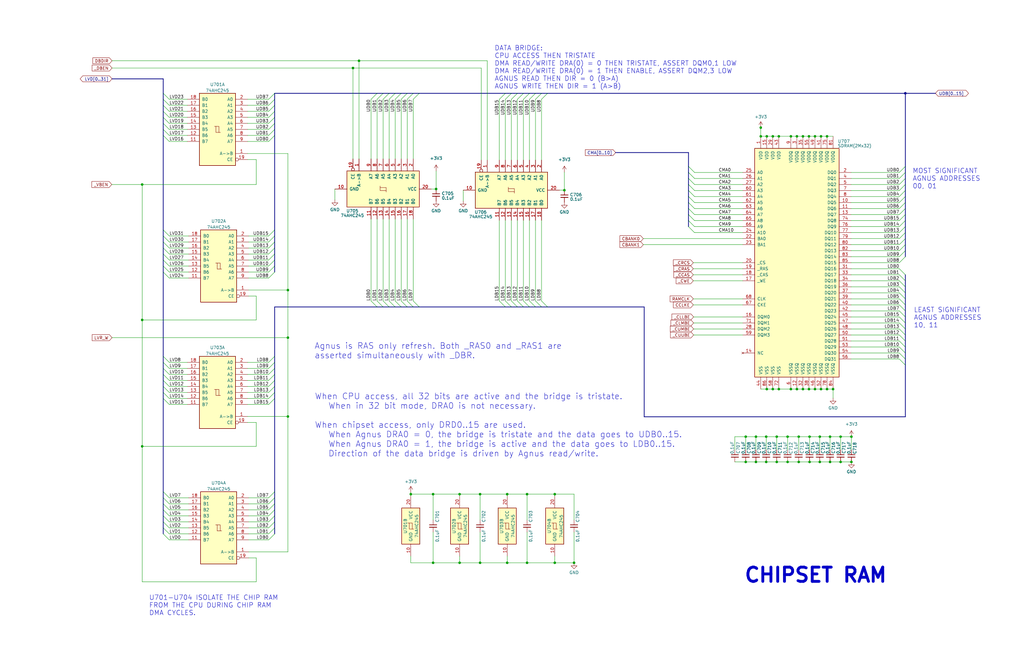
<source format=kicad_sch>
(kicad_sch (version 20231120) (generator "eeschema") (generator_version "8.0")
  (paper "B")
  (title_block (title "AMIGA PCI") (date "2024-04-30") (rev "3.0"))
  (junction (at 237.998 80.264))
  (junction (at 341.376 184.277))
  (junction (at 348.742 164.211))
  (junction (at 193.802 208.534))
  (junction (at 121.412 142.494))
  (junction (at 332.105 184.277))
  (junction (at 381.762 39.37))
  (junction (at 343.662 57.531))
  (junction (at 336.042 164.211))
  (junction (at 202.438 237.49))
  (junction (at 346.202 57.531))
  (junction (at 332.105 194.945))
  (junction (at 346.202 164.211))
  (junction (at 233.934 208.534))
  (junction (at 182.626 237.49))
  (junction (at 233.934 237.49))
  (junction (at 345.694 194.945))
  (junction (at 336.804 194.945))
  (junction (at 341.376 194.945))
  (junction (at 59.944 188.341))
  (junction (at 325.882 164.211))
  (junction (at 327.533 184.277))
  (junction (at 202.438 208.534))
  (junction (at 325.882 57.531))
  (junction (at 336.042 57.531))
  (junction (at 333.502 57.531))
  (junction (at 323.342 57.531))
  (junction (at 350.012 194.945))
  (junction (at 328.422 57.531))
  (junction (at 59.944 77.851))
  (junction (at 351.282 164.211))
  (junction (at 327.533 194.945))
  (junction (at 151.384 25.654))
  (junction (at 345.694 184.277))
  (junction (at 354.457 194.945))
  (junction (at 338.582 57.531))
  (junction (at 182.626 208.534))
  (junction (at 314.452 184.277))
  (junction (at 341.122 164.211))
  (junction (at 318.77 194.945))
  (junction (at 318.77 184.277))
  (junction (at 354.457 184.277))
  (junction (at 359.029 184.277))
  (junction (at 343.662 164.211))
  (junction (at 323.342 164.211))
  (junction (at 222.25 208.534))
  (junction (at 350.012 184.277))
  (junction (at 193.802 237.49))
  (junction (at 320.802 57.531))
  (junction (at 183.896 79.756))
  (junction (at 213.868 237.49))
  (junction (at 323.088 194.945))
  (junction (at 121.412 175.768))
  (junction (at 328.422 164.211))
  (junction (at 323.088 184.277))
  (junction (at 320.802 53.848))
  (junction (at 121.412 122.428))
  (junction (at 213.868 208.534))
  (junction (at 242.062 237.49))
  (junction (at 338.582 164.211))
  (junction (at 314.452 194.945))
  (junction (at 59.944 135.001))
  (junction (at 173.228 208.534))
  (junction (at 341.122 57.531))
  (junction (at 222.25 237.49))
  (junction (at 333.502 164.211))
  (junction (at 348.742 57.531))
  (junction (at 148.844 28.702))
  (junction (at 359.029 194.945))
  (junction (at 336.804 184.277))
  (bus_entry (at 379.222 136.271) (size 2.54 2.54))
  (bus_entry (at 113.284 160.528) (size 2.54 -2.54))
  (bus_entry (at 159.004 127) (size 2.54 2.54))
  (bus_entry (at 174.244 127) (size 2.54 2.54))
  (bus_entry (at 71.374 57.15) (size -2.54 -2.54))
  (bus_entry (at 379.222 108.331) (size 2.54 -2.54))
  (bus_entry (at 71.374 212.598) (size -2.54 -2.54))
  (bus_entry (at 71.374 217.678) (size -2.54 -2.54))
  (bus_entry (at 292.862 80.391) (size -2.54 -2.54))
  (bus_entry (at 71.374 41.91) (size -2.54 -2.54))
  (bus_entry (at 113.284 44.45) (size 2.54 -2.54))
  (bus_entry (at 71.374 215.138) (size -2.54 -2.54))
  (bus_entry (at 71.374 152.908) (size -2.54 -2.54))
  (bus_entry (at 379.222 146.431) (size 2.54 2.54))
  (bus_entry (at 292.862 95.631) (size -2.54 -2.54))
  (bus_entry (at 71.374 163.068) (size -2.54 -2.54))
  (bus_entry (at 71.374 222.758) (size -2.54 -2.54))
  (bus_entry (at 164.084 39.37) (size -2.54 2.54))
  (bus_entry (at 113.284 104.648) (size 2.54 -2.54))
  (bus_entry (at 292.862 88.011) (size -2.54 -2.54))
  (bus_entry (at 71.374 157.988) (size -2.54 -2.54))
  (bus_entry (at 113.284 107.188) (size 2.54 -2.54))
  (bus_entry (at 215.646 127) (size 2.54 2.54))
  (bus_entry (at 213.106 127) (size 2.54 2.54))
  (bus_entry (at 71.374 160.528) (size -2.54 -2.54))
  (bus_entry (at 71.374 54.61) (size -2.54 -2.54))
  (bus_entry (at 71.374 155.448) (size -2.54 -2.54))
  (bus_entry (at 228.346 127) (size 2.54 2.54))
  (bus_entry (at 113.284 163.068) (size 2.54 -2.54))
  (bus_entry (at 171.704 127) (size 2.54 2.54))
  (bus_entry (at 379.222 151.511) (size 2.54 2.54))
  (bus_entry (at 113.284 155.448) (size 2.54 -2.54))
  (bus_entry (at 113.284 109.728) (size 2.54 -2.54))
  (bus_entry (at 71.374 227.838) (size -2.54 -2.54))
  (bus_entry (at 169.164 127) (size 2.54 2.54))
  (bus_entry (at 71.374 168.148) (size -2.54 -2.54))
  (bus_entry (at 71.374 165.608) (size -2.54 -2.54))
  (bus_entry (at 223.266 127) (size 2.54 2.54))
  (bus_entry (at 223.266 39.37) (size -2.54 2.54))
  (bus_entry (at 171.704 39.37) (size -2.54 2.54))
  (bus_entry (at 379.222 82.931) (size 2.54 -2.54))
  (bus_entry (at 113.284 168.148) (size 2.54 -2.54))
  (bus_entry (at 230.886 39.37) (size -2.54 2.54))
  (bus_entry (at 379.222 123.571) (size 2.54 2.54))
  (bus_entry (at 113.284 114.808) (size 2.54 -2.54))
  (bus_entry (at 228.346 39.37) (size -2.54 2.54))
  (bus_entry (at 213.106 39.37) (size -2.54 2.54))
  (bus_entry (at 225.806 39.37) (size -2.54 2.54))
  (bus_entry (at 113.284 152.908) (size 2.54 -2.54))
  (bus_entry (at 71.374 109.728) (size -2.54 -2.54))
  (bus_entry (at 113.284 41.91) (size 2.54 -2.54))
  (bus_entry (at 220.726 39.37) (size -2.54 2.54))
  (bus_entry (at 292.862 90.551) (size -2.54 -2.54))
  (bus_entry (at 225.806 127) (size 2.54 2.54))
  (bus_entry (at 292.862 85.471) (size -2.54 -2.54))
  (bus_entry (at 220.726 127) (size 2.54 2.54))
  (bus_entry (at 379.222 100.711) (size 2.54 -2.54))
  (bus_entry (at 379.222 133.731) (size 2.54 2.54))
  (bus_entry (at 292.862 77.851) (size -2.54 -2.54))
  (bus_entry (at 113.284 157.988) (size 2.54 -2.54))
  (bus_entry (at 379.222 131.191) (size 2.54 2.54))
  (bus_entry (at 113.284 212.598) (size 2.54 -2.54))
  (bus_entry (at 379.222 105.791) (size 2.54 -2.54))
  (bus_entry (at 176.784 39.37) (size -2.54 2.54))
  (bus_entry (at 71.374 170.688) (size -2.54 -2.54))
  (bus_entry (at 71.374 46.99) (size -2.54 -2.54))
  (bus_entry (at 379.222 75.311) (size 2.54 -2.54))
  (bus_entry (at 113.284 217.678) (size 2.54 -2.54))
  (bus_entry (at 379.222 148.971) (size 2.54 2.54))
  (bus_entry (at 379.222 72.771) (size 2.54 -2.54))
  (bus_entry (at 71.374 114.808) (size -2.54 -2.54))
  (bus_entry (at 113.284 57.15) (size 2.54 -2.54))
  (bus_entry (at 113.284 46.99) (size 2.54 -2.54))
  (bus_entry (at 113.284 99.568) (size 2.54 -2.54))
  (bus_entry (at 166.624 39.37) (size -2.54 2.54))
  (bus_entry (at 292.862 82.931) (size -2.54 -2.54))
  (bus_entry (at 164.084 127) (size 2.54 2.54))
  (bus_entry (at 161.544 127) (size 2.54 2.54))
  (bus_entry (at 161.544 39.37) (size -2.54 2.54))
  (bus_entry (at 379.222 88.011) (size 2.54 -2.54))
  (bus_entry (at 113.284 165.608) (size 2.54 -2.54))
  (bus_entry (at 379.222 141.351) (size 2.54 2.54))
  (bus_entry (at 156.464 127) (size 2.54 2.54))
  (bus_entry (at 71.374 44.45) (size -2.54 -2.54))
  (bus_entry (at 379.222 103.251) (size 2.54 -2.54))
  (bus_entry (at 113.284 225.298) (size 2.54 -2.54))
  (bus_entry (at 292.862 98.171) (size -2.54 -2.54))
  (bus_entry (at 71.374 107.188) (size -2.54 -2.54))
  (bus_entry (at 71.374 49.53) (size -2.54 -2.54))
  (bus_entry (at 71.374 99.568) (size -2.54 -2.54))
  (bus_entry (at 379.222 113.411) (size 2.54 2.54))
  (bus_entry (at 113.284 220.218) (size 2.54 -2.54))
  (bus_entry (at 218.186 127) (size 2.54 2.54))
  (bus_entry (at 379.222 80.391) (size 2.54 -2.54))
  (bus_entry (at 379.222 143.891) (size 2.54 2.54))
  (bus_entry (at 218.186 39.37) (size -2.54 2.54))
  (bus_entry (at 379.222 128.651) (size 2.54 2.54))
  (bus_entry (at 159.004 39.37) (size -2.54 2.54))
  (bus_entry (at 169.164 39.37) (size -2.54 2.54))
  (bus_entry (at 379.222 110.871) (size 2.54 -2.54))
  (bus_entry (at 71.374 102.108) (size -2.54 -2.54))
  (bus_entry (at 113.284 102.108) (size 2.54 -2.54))
  (bus_entry (at 113.284 59.69) (size 2.54 -2.54))
  (bus_entry (at 379.222 98.171) (size 2.54 -2.54))
  (bus_entry (at 71.374 52.07) (size -2.54 -2.54))
  (bus_entry (at 379.222 93.091) (size 2.54 -2.54))
  (bus_entry (at 113.284 227.838) (size 2.54 -2.54))
  (bus_entry (at 113.284 210.058) (size 2.54 -2.54))
  (bus_entry (at 379.222 90.551) (size 2.54 -2.54))
  (bus_entry (at 113.284 215.138) (size 2.54 -2.54))
  (bus_entry (at 379.222 95.631) (size 2.54 -2.54))
  (bus_entry (at 292.862 72.771) (size -2.54 -2.54))
  (bus_entry (at 379.222 85.471) (size 2.54 -2.54))
  (bus_entry (at 113.284 52.07) (size 2.54 -2.54))
  (bus_entry (at 71.374 112.268) (size -2.54 -2.54))
  (bus_entry (at 113.284 170.688) (size 2.54 -2.54))
  (bus_entry (at 379.222 138.811) (size 2.54 2.54))
  (bus_entry (at 379.222 121.031) (size 2.54 2.54))
  (bus_entry (at 71.374 210.058) (size -2.54 -2.54))
  (bus_entry (at 71.374 117.348) (size -2.54 -2.54))
  (bus_entry (at 166.624 127) (size 2.54 2.54))
  (bus_entry (at 71.374 225.298) (size -2.54 -2.54))
  (bus_entry (at 379.222 77.851) (size 2.54 -2.54))
  (bus_entry (at 210.566 127) (size 2.54 2.54))
  (bus_entry (at 113.284 54.61) (size 2.54 -2.54))
  (bus_entry (at 379.222 126.111) (size 2.54 2.54))
  (bus_entry (at 379.222 118.491) (size 2.54 2.54))
  (bus_entry (at 292.862 75.311) (size -2.54 -2.54))
  (bus_entry (at 71.374 220.218) (size -2.54 -2.54))
  (bus_entry (at 379.222 115.951) (size 2.54 2.54))
  (bus_entry (at 113.284 222.758) (size 2.54 -2.54))
  (bus_entry (at 71.374 59.69) (size -2.54 -2.54))
  (bus_entry (at 174.244 39.37) (size -2.54 2.54))
  (bus_entry (at 71.374 104.648) (size -2.54 -2.54))
  (bus_entry (at 113.284 117.348) (size 2.54 -2.54))
  (bus_entry (at 113.284 112.268) (size 2.54 -2.54))
  (bus_entry (at 113.284 49.53) (size 2.54 -2.54))
  (bus_entry (at 292.862 93.091) (size -2.54 -2.54))
  (bus_entry (at 215.646 39.37) (size -2.54 2.54))
  (bus (pts (xy 68.834 99.568) (xy 68.834 102.108)))
  (wire (pts (xy 161.544 41.91) (xy 161.544 67.056)))
  (wire (pts (xy 79.502 112.268) (xy 71.374 112.268)))
  (wire (pts (xy 104.394 41.91) (xy 113.284 41.91)))
  (wire (pts (xy 193.802 234.696) (xy 193.802 237.49)))
  (wire (pts (xy 220.726 41.91) (xy 220.726 67.564)))
  (bus (pts (xy 68.834 215.138) (xy 68.834 217.678)))
  (bus (pts (xy 68.834 152.908) (xy 68.834 155.448)))
  (wire (pts (xy 104.902 217.678) (xy 113.284 217.678)))
  (wire (pts (xy 358.902 85.471) (xy 379.222 85.471)))
  (bus (pts (xy 223.266 129.54) (xy 225.806 129.54)))
  (wire (pts (xy 223.266 41.91) (xy 223.266 67.564)))
  (wire (pts (xy 233.934 234.696) (xy 233.934 237.49)))
  (wire (pts (xy 358.902 103.251) (xy 379.222 103.251)))
  (wire (pts (xy 78.994 163.068) (xy 71.374 163.068)))
  (bus (pts (xy 68.834 57.15) (xy 68.834 97.028)))
  (bus (pts (xy 68.834 217.678) (xy 68.834 220.218)))
  (wire (pts (xy 59.944 135.001) (xy 108.077 135.001)))
  (wire (pts (xy 202.946 67.564) (xy 202.946 28.702)))
  (wire (pts (xy 292.354 128.651) (xy 313.182 128.651)))
  (wire (pts (xy 173.228 207.772) (xy 173.228 208.534)))
  (wire (pts (xy 325.882 164.211) (xy 328.422 164.211)))
  (bus (pts (xy 115.824 129.54) (xy 159.004 129.54)))
  (bus (pts (xy 68.834 168.148) (xy 68.834 207.518)))
  (wire (pts (xy 358.902 118.491) (xy 379.222 118.491)))
  (wire (pts (xy 314.452 184.277) (xy 314.452 189.865)))
  (bus (pts (xy 213.106 129.54) (xy 215.646 129.54)))
  (bus (pts (xy 68.834 44.45) (xy 68.834 46.99)))
  (wire (pts (xy 174.244 92.456) (xy 174.244 127)))
  (bus (pts (xy 68.834 163.068) (xy 68.834 165.608)))
  (bus (pts (xy 159.004 39.37) (xy 161.544 39.37)))
  (wire (pts (xy 79.502 107.188) (xy 71.374 107.188)))
  (wire (pts (xy 318.77 194.945) (xy 323.088 194.945)))
  (wire (pts (xy 104.394 155.448) (xy 113.284 155.448)))
  (bus (pts (xy 115.824 109.728) (xy 115.824 112.268)))
  (wire (pts (xy 292.481 136.271) (xy 313.182 136.271)))
  (wire (pts (xy 215.646 41.91) (xy 215.646 67.564)))
  (wire (pts (xy 171.704 41.91) (xy 171.704 67.056)))
  (wire (pts (xy 104.394 52.07) (xy 113.284 52.07)))
  (wire (pts (xy 358.902 100.711) (xy 379.222 100.711)))
  (wire (pts (xy 59.944 77.851) (xy 47.117 77.851)))
  (wire (pts (xy 213.106 41.91) (xy 213.106 67.564)))
  (wire (pts (xy 327.533 184.277) (xy 327.533 189.865)))
  (bus (pts (xy 290.322 85.471) (xy 290.322 82.931)))
  (wire (pts (xy 350.012 184.277) (xy 350.012 189.865)))
  (wire (pts (xy 333.502 57.531) (xy 336.042 57.531)))
  (bus (pts (xy 68.834 97.028) (xy 68.834 99.568)))
  (wire (pts (xy 193.802 208.534) (xy 193.802 209.296)))
  (bus (pts (xy 68.834 41.91) (xy 68.834 44.45)))
  (bus (pts (xy 381.762 82.931) (xy 381.762 85.471)))
  (wire (pts (xy 104.902 109.728) (xy 113.284 109.728)))
  (bus (pts (xy 161.544 39.37) (xy 164.084 39.37)))
  (wire (pts (xy 292.862 93.091) (xy 313.182 93.091)))
  (wire (pts (xy 358.902 108.331) (xy 379.222 108.331)))
  (wire (pts (xy 215.646 92.964) (xy 215.646 127)))
  (wire (pts (xy 328.422 57.531) (xy 325.882 57.531)))
  (wire (pts (xy 358.902 143.891) (xy 379.222 143.891)))
  (wire (pts (xy 292.862 77.851) (xy 313.182 77.851)))
  (wire (pts (xy 338.582 164.211) (xy 341.122 164.211)))
  (wire (pts (xy 210.566 92.964) (xy 210.566 127)))
  (bus (pts (xy 115.824 107.188) (xy 115.824 109.728)))
  (wire (pts (xy 341.122 57.531) (xy 343.662 57.531)))
  (wire (pts (xy 345.694 194.945) (xy 350.012 194.945)))
  (bus (pts (xy 381.762 75.311) (xy 381.762 77.851)))
  (wire (pts (xy 104.902 102.108) (xy 113.284 102.108)))
  (wire (pts (xy 354.457 184.277) (xy 354.457 189.865)))
  (bus (pts (xy 115.824 152.908) (xy 115.824 150.368)))
  (bus (pts (xy 174.244 129.54) (xy 176.784 129.54)))
  (wire (pts (xy 104.902 104.648) (xy 113.284 104.648)))
  (wire (pts (xy 313.182 100.711) (xy 271.272 100.711)))
  (bus (pts (xy 115.824 49.53) (xy 115.824 52.07)))
  (wire (pts (xy 202.438 224.536) (xy 202.438 237.49)))
  (wire (pts (xy 350.012 184.277) (xy 354.457 184.277)))
  (wire (pts (xy 108.077 67.31) (xy 104.394 67.31)))
  (bus (pts (xy 68.834 49.53) (xy 68.834 52.07)))
  (bus (pts (xy 68.834 33.274) (xy 47.244 33.274)))
  (wire (pts (xy 358.902 133.731) (xy 379.222 133.731)))
  (wire (pts (xy 336.042 164.211) (xy 338.582 164.211)))
  (wire (pts (xy 151.384 25.654) (xy 205.486 25.654)))
  (wire (pts (xy 104.902 99.568) (xy 113.284 99.568)))
  (wire (pts (xy 104.394 64.77) (xy 121.412 64.77)))
  (wire (pts (xy 323.088 184.277) (xy 327.533 184.277)))
  (wire (pts (xy 104.394 57.15) (xy 113.284 57.15)))
  (bus (pts (xy 271.653 129.54) (xy 271.653 175.895)))
  (wire (pts (xy 351.282 164.211) (xy 351.282 168.021)))
  (wire (pts (xy 358.902 128.651) (xy 379.222 128.651)))
  (wire (pts (xy 328.422 164.211) (xy 333.502 164.211)))
  (bus (pts (xy 228.346 129.54) (xy 230.886 129.54)))
  (bus (pts (xy 215.646 39.37) (xy 218.186 39.37)))
  (wire (pts (xy 59.944 135.001) (xy 59.944 188.341)))
  (wire (pts (xy 104.902 117.348) (xy 113.284 117.348)))
  (bus (pts (xy 218.186 129.54) (xy 220.726 129.54)))
  (bus (pts (xy 171.704 129.54) (xy 174.244 129.54)))
  (bus (pts (xy 223.266 39.37) (xy 225.806 39.37)))
  (bus (pts (xy 271.653 175.895) (xy 381.762 175.895)))
  (wire (pts (xy 320.802 53.848) (xy 320.802 53.721)))
  (wire (pts (xy 292.862 88.011) (xy 313.182 88.011)))
  (wire (pts (xy 104.394 49.53) (xy 113.284 49.53)))
  (wire (pts (xy 358.902 148.971) (xy 379.222 148.971)))
  (wire (pts (xy 104.394 54.61) (xy 113.284 54.61)))
  (wire (pts (xy 233.934 237.49) (xy 242.062 237.49)))
  (wire (pts (xy 233.934 208.534) (xy 233.934 209.296)))
  (wire (pts (xy 341.376 184.277) (xy 341.376 189.865)))
  (bus (pts (xy 228.346 39.37) (xy 230.886 39.37)))
  (bus (pts (xy 115.824 215.138) (xy 115.824 217.678)))
  (wire (pts (xy 358.902 110.871) (xy 379.222 110.871)))
  (wire (pts (xy 358.902 105.791) (xy 379.222 105.791)))
  (wire (pts (xy 59.944 77.851) (xy 108.077 77.851)))
  (wire (pts (xy 346.202 57.531) (xy 348.742 57.531)))
  (wire (pts (xy 323.342 57.531) (xy 320.802 57.531)))
  (wire (pts (xy 151.384 67.056) (xy 151.384 25.654)))
  (bus (pts (xy 115.824 207.518) (xy 115.824 210.058)))
  (bus (pts (xy 115.824 46.99) (xy 115.824 49.53)))
  (wire (pts (xy 78.994 170.688) (xy 71.374 170.688)))
  (wire (pts (xy 205.486 25.654) (xy 205.486 67.564)))
  (wire (pts (xy 104.394 175.768) (xy 121.412 175.768)))
  (bus (pts (xy 115.824 220.218) (xy 115.824 222.758)))
  (bus (pts (xy 381.762 98.171) (xy 381.762 100.711)))
  (wire (pts (xy 79.502 217.678) (xy 71.374 217.678)))
  (wire (pts (xy 47.244 28.702) (xy 148.844 28.702)))
  (bus (pts (xy 68.834 54.61) (xy 68.834 57.15)))
  (wire (pts (xy 358.902 80.391) (xy 379.222 80.391)))
  (wire (pts (xy 79.502 222.758) (xy 71.374 222.758)))
  (wire (pts (xy 292.862 90.551) (xy 313.182 90.551)))
  (bus (pts (xy 68.834 210.058) (xy 68.834 212.598)))
  (bus (pts (xy 381.762 80.391) (xy 381.762 82.931)))
  (wire (pts (xy 59.944 188.341) (xy 59.944 245.491)))
  (wire (pts (xy 332.105 184.277) (xy 336.804 184.277)))
  (bus (pts (xy 381.762 126.111) (xy 381.762 128.651)))
  (wire (pts (xy 104.394 165.608) (xy 113.284 165.608)))
  (wire (pts (xy 320.802 164.211) (xy 323.342 164.211)))
  (wire (pts (xy 79.502 212.598) (xy 71.374 212.598)))
  (wire (pts (xy 292.862 75.311) (xy 313.182 75.311)))
  (wire (pts (xy 233.934 208.534) (xy 242.062 208.534)))
  (wire (pts (xy 328.422 57.531) (xy 333.502 57.531)))
  (wire (pts (xy 343.662 57.531) (xy 346.202 57.531)))
  (bus (pts (xy 230.886 39.37) (xy 381.762 39.37)))
  (bus (pts (xy 115.824 97.028) (xy 115.824 99.568)))
  (bus (pts (xy 290.322 80.391) (xy 290.322 77.851)))
  (wire (pts (xy 323.088 184.277) (xy 323.088 189.865)))
  (wire (pts (xy 213.868 208.534) (xy 222.25 208.534)))
  (wire (pts (xy 79.502 109.728) (xy 71.374 109.728)))
  (bus (pts (xy 381.762 72.771) (xy 381.762 75.311)))
  (wire (pts (xy 104.902 225.298) (xy 113.284 225.298)))
  (wire (pts (xy 292.481 138.811) (xy 313.182 138.811)))
  (bus (pts (xy 115.824 102.108) (xy 115.824 104.648)))
  (wire (pts (xy 182.626 208.534) (xy 182.626 219.456)))
  (wire (pts (xy 202.438 208.534) (xy 213.868 208.534)))
  (wire (pts (xy 104.902 112.268) (xy 113.284 112.268)))
  (wire (pts (xy 78.994 54.61) (xy 71.374 54.61)))
  (bus (pts (xy 290.322 77.851) (xy 290.322 75.311)))
  (bus (pts (xy 115.824 57.15) (xy 115.824 97.028)))
  (bus (pts (xy 115.824 222.758) (xy 115.824 225.298)))
  (wire (pts (xy 79.502 104.648) (xy 71.374 104.648)))
  (wire (pts (xy 343.662 164.211) (xy 346.202 164.211)))
  (bus (pts (xy 290.322 75.311) (xy 290.322 72.771)))
  (wire (pts (xy 292.862 98.171) (xy 313.182 98.171)))
  (wire (pts (xy 121.412 122.428) (xy 121.412 142.494)))
  (bus (pts (xy 68.834 207.518) (xy 68.834 210.058)))
  (wire (pts (xy 341.376 184.277) (xy 345.694 184.277)))
  (wire (pts (xy 104.902 227.838) (xy 113.284 227.838)))
  (wire (pts (xy 348.742 164.211) (xy 351.282 164.211)))
  (wire (pts (xy 341.122 164.211) (xy 343.662 164.211)))
  (wire (pts (xy 78.994 155.448) (xy 71.374 155.448)))
  (bus (pts (xy 213.106 39.37) (xy 215.646 39.37)))
  (wire (pts (xy 222.25 237.49) (xy 233.934 237.49)))
  (wire (pts (xy 202.438 237.49) (xy 213.868 237.49)))
  (wire (pts (xy 345.694 184.277) (xy 345.694 189.865)))
  (wire (pts (xy 108.077 178.308) (xy 104.394 178.308)))
  (bus (pts (xy 171.704 39.37) (xy 174.244 39.37)))
  (wire (pts (xy 309.88 189.865) (xy 309.88 184.277)))
  (wire (pts (xy 104.394 170.688) (xy 113.284 170.688)))
  (bus (pts (xy 159.004 129.54) (xy 161.544 129.54)))
  (bus (pts (xy 381.762 175.895) (xy 381.762 154.051)))
  (wire (pts (xy 195.326 80.264) (xy 195.326 84.836)))
  (bus (pts (xy 381.762 39.37) (xy 394.462 39.37)))
  (bus (pts (xy 381.762 143.891) (xy 381.762 146.431)))
  (wire (pts (xy 104.394 59.69) (xy 113.284 59.69)))
  (wire (pts (xy 358.902 98.171) (xy 379.222 98.171)))
  (bus (pts (xy 115.824 99.568) (xy 115.824 102.108)))
  (wire (pts (xy 225.806 41.91) (xy 225.806 67.564)))
  (bus (pts (xy 115.824 150.368) (xy 115.824 129.54)))
  (wire (pts (xy 348.742 57.531) (xy 351.282 57.531)))
  (wire (pts (xy 222.25 208.534) (xy 233.934 208.534)))
  (wire (pts (xy 78.994 152.908) (xy 71.374 152.908)))
  (bus (pts (xy 176.784 129.54) (xy 213.106 129.54)))
  (wire (pts (xy 358.902 72.771) (xy 379.222 72.771)))
  (wire (pts (xy 182.626 208.534) (xy 193.802 208.534)))
  (wire (pts (xy 292.862 82.931) (xy 313.182 82.931)))
  (wire (pts (xy 193.802 208.534) (xy 202.438 208.534)))
  (wire (pts (xy 213.106 92.964) (xy 213.106 127)))
  (wire (pts (xy 78.994 46.99) (xy 71.374 46.99)))
  (bus (pts (xy 381.762 141.351) (xy 381.762 143.891)))
  (wire (pts (xy 327.533 184.277) (xy 332.105 184.277)))
  (wire (pts (xy 104.394 152.908) (xy 113.284 152.908)))
  (bus (pts (xy 68.834 109.728) (xy 68.834 112.268)))
  (wire (pts (xy 79.502 227.838) (xy 71.374 227.838)))
  (bus (pts (xy 381.762 88.011) (xy 381.762 90.551)))
  (wire (pts (xy 292.354 115.951) (xy 313.182 115.951)))
  (wire (pts (xy 121.412 64.77) (xy 121.412 122.428)))
  (bus (pts (xy 381.762 85.471) (xy 381.762 88.011)))
  (wire (pts (xy 218.186 41.91) (xy 218.186 67.564)))
  (bus (pts (xy 381.762 39.37) (xy 381.762 70.231)))
  (wire (pts (xy 292.862 72.771) (xy 313.182 72.771)))
  (wire (pts (xy 173.228 208.534) (xy 182.626 208.534)))
  (wire (pts (xy 104.902 232.918) (xy 121.412 232.918)))
  (bus (pts (xy 68.834 104.648) (xy 68.834 107.188)))
  (bus (pts (xy 381.762 70.231) (xy 381.762 72.771)))
  (bus (pts (xy 164.084 39.37) (xy 166.624 39.37)))
  (wire (pts (xy 358.902 131.191) (xy 379.222 131.191)))
  (wire (pts (xy 182.626 224.536) (xy 182.626 237.49)))
  (wire (pts (xy 104.394 163.068) (xy 113.284 163.068)))
  (bus (pts (xy 381.762 138.811) (xy 381.762 141.351)))
  (wire (pts (xy 78.994 49.53) (xy 71.374 49.53)))
  (wire (pts (xy 358.902 138.811) (xy 379.222 138.811)))
  (bus (pts (xy 68.834 165.608) (xy 68.834 168.148)))
  (bus (pts (xy 164.084 129.54) (xy 166.624 129.54)))
  (bus (pts (xy 381.762 128.651) (xy 381.762 131.191)))
  (bus (pts (xy 68.834 39.37) (xy 68.834 41.91)))
  (bus (pts (xy 381.762 118.491) (xy 381.762 121.031)))
  (bus (pts (xy 381.762 136.271) (xy 381.762 138.811)))
  (bus (pts (xy 381.762 77.851) (xy 381.762 80.391)))
  (wire (pts (xy 358.902 126.111) (xy 379.222 126.111)))
  (wire (pts (xy 79.502 99.568) (xy 71.374 99.568)))
  (wire (pts (xy 78.994 59.69) (xy 71.374 59.69)))
  (wire (pts (xy 323.088 194.945) (xy 327.533 194.945)))
  (wire (pts (xy 108.077 135.001) (xy 108.077 124.968)))
  (bus (pts (xy 68.834 114.808) (xy 68.834 150.368)))
  (wire (pts (xy 350.012 194.945) (xy 354.457 194.945)))
  (wire (pts (xy 104.902 122.428) (xy 121.412 122.428)))
  (wire (pts (xy 159.004 92.456) (xy 159.004 127)))
  (wire (pts (xy 59.944 77.851) (xy 59.944 135.001)))
  (wire (pts (xy 332.105 184.277) (xy 332.105 189.865)))
  (bus (pts (xy 166.624 39.37) (xy 169.164 39.37)))
  (bus (pts (xy 220.726 39.37) (xy 223.266 39.37)))
  (bus (pts (xy 115.824 165.608) (xy 115.824 168.148)))
  (bus (pts (xy 115.824 52.07) (xy 115.824 54.61)))
  (wire (pts (xy 237.998 72.644) (xy 237.998 80.264)))
  (wire (pts (xy 141.224 79.756) (xy 141.224 84.328)))
  (wire (pts (xy 121.412 175.768) (xy 121.412 232.918)))
  (bus (pts (xy 115.824 104.648) (xy 115.824 107.188)))
  (wire (pts (xy 108.077 235.458) (xy 104.902 235.458)))
  (wire (pts (xy 309.88 184.277) (xy 314.452 184.277)))
  (bus (pts (xy 381.762 123.571) (xy 381.762 126.111)))
  (wire (pts (xy 173.228 208.534) (xy 173.228 209.296)))
  (wire (pts (xy 358.902 88.011) (xy 379.222 88.011)))
  (bus (pts (xy 115.824 54.61) (xy 115.824 57.15)))
  (bus (pts (xy 381.762 115.951) (xy 381.762 118.491)))
  (bus (pts (xy 115.824 155.448) (xy 115.824 157.988)))
  (bus (pts (xy 225.806 39.37) (xy 228.346 39.37)))
  (bus (pts (xy 68.834 212.598) (xy 68.834 215.138)))
  (wire (pts (xy 164.084 92.456) (xy 164.084 127)))
  (wire (pts (xy 213.868 237.49) (xy 222.25 237.49)))
  (bus (pts (xy 115.824 157.988) (xy 115.824 160.528)))
  (wire (pts (xy 79.502 117.348) (xy 71.374 117.348)))
  (wire (pts (xy 346.202 164.211) (xy 348.742 164.211)))
  (wire (pts (xy 314.452 184.277) (xy 318.77 184.277)))
  (wire (pts (xy 323.342 164.211) (xy 325.882 164.211)))
  (wire (pts (xy 59.944 188.341) (xy 108.077 188.341)))
  (wire (pts (xy 327.533 194.945) (xy 332.105 194.945)))
  (wire (pts (xy 213.868 208.534) (xy 213.868 209.296)))
  (bus (pts (xy 68.834 220.218) (xy 68.834 222.758)))
  (bus (pts (xy 220.726 129.54) (xy 223.266 129.54)))
  (wire (pts (xy 78.994 165.608) (xy 71.374 165.608)))
  (wire (pts (xy 358.902 95.631) (xy 379.222 95.631)))
  (bus (pts (xy 174.244 39.37) (xy 176.784 39.37)))
  (bus (pts (xy 115.824 155.448) (xy 115.824 152.908)))
  (bus (pts (xy 381.762 148.971) (xy 381.762 151.511)))
  (wire (pts (xy 159.004 41.91) (xy 159.004 67.056)))
  (wire (pts (xy 59.944 245.491) (xy 108.077 245.491)))
  (bus (pts (xy 68.834 102.108) (xy 68.834 104.648)))
  (wire (pts (xy 182.626 237.49) (xy 193.802 237.49)))
  (wire (pts (xy 228.346 92.964) (xy 228.346 127)))
  (bus (pts (xy 290.322 88.011) (xy 290.322 85.471)))
  (bus (pts (xy 259.588 64.389) (xy 290.322 64.389)))
  (wire (pts (xy 220.726 92.964) (xy 220.726 127)))
  (wire (pts (xy 336.042 57.531) (xy 338.582 57.531)))
  (wire (pts (xy 292.862 85.471) (xy 313.182 85.471)))
  (bus (pts (xy 218.186 39.37) (xy 220.726 39.37)))
  (wire (pts (xy 358.902 93.091) (xy 379.222 93.091)))
  (bus (pts (xy 115.824 212.598) (xy 115.824 215.138)))
  (wire (pts (xy 354.457 184.277) (xy 359.029 184.277)))
  (wire (pts (xy 156.464 92.456) (xy 156.464 127)))
  (bus (pts (xy 381.762 131.191) (xy 381.762 133.731)))
  (wire (pts (xy 104.394 46.99) (xy 113.284 46.99)))
  (bus (pts (xy 166.624 129.54) (xy 169.164 129.54)))
  (bus (pts (xy 115.824 163.068) (xy 115.824 165.608)))
  (wire (pts (xy 358.902 151.511) (xy 379.222 151.511)))
  (wire (pts (xy 292.354 118.491) (xy 313.182 118.491)))
  (wire (pts (xy 358.902 90.551) (xy 379.222 90.551)))
  (wire (pts (xy 79.502 102.108) (xy 71.374 102.108)))
  (wire (pts (xy 242.062 219.456) (xy 242.062 208.534)))
  (bus (pts (xy 115.824 112.268) (xy 115.824 114.808)))
  (wire (pts (xy 292.862 80.391) (xy 313.182 80.391)))
  (wire (pts (xy 79.502 210.058) (xy 71.374 210.058)))
  (bus (pts (xy 381.762 133.731) (xy 381.762 136.271)))
  (wire (pts (xy 202.438 208.534) (xy 202.438 219.456)))
  (wire (pts (xy 345.694 184.277) (xy 350.012 184.277)))
  (bus (pts (xy 169.164 129.54) (xy 171.704 129.54)))
  (bus (pts (xy 68.834 112.268) (xy 68.834 114.808)))
  (wire (pts (xy 222.25 224.536) (xy 222.25 237.49)))
  (wire (pts (xy 222.25 208.534) (xy 222.25 219.456)))
  (wire (pts (xy 358.902 121.031) (xy 379.222 121.031)))
  (wire (pts (xy 242.062 224.536) (xy 242.062 237.49)))
  (bus (pts (xy 68.834 150.368) (xy 68.834 152.908)))
  (wire (pts (xy 174.244 41.91) (xy 174.244 67.056)))
  (wire (pts (xy 104.394 157.988) (xy 113.284 157.988)))
  (bus (pts (xy 290.322 72.771) (xy 290.322 70.231)))
  (wire (pts (xy 218.186 92.964) (xy 218.186 127)))
  (bus (pts (xy 381.762 151.511) (xy 381.762 154.051)))
  (wire (pts (xy 358.902 113.411) (xy 379.222 113.411)))
  (wire (pts (xy 182.626 237.49) (xy 173.228 237.49)))
  (bus (pts (xy 290.322 93.091) (xy 290.322 95.631)))
  (wire (pts (xy 358.902 123.571) (xy 379.222 123.571)))
  (wire (pts (xy 104.394 44.45) (xy 113.284 44.45)))
  (wire (pts (xy 358.902 82.931) (xy 379.222 82.931)))
  (wire (pts (xy 104.902 220.218) (xy 113.284 220.218)))
  (bus (pts (xy 68.834 155.448) (xy 68.834 157.988)))
  (wire (pts (xy 78.994 57.15) (xy 71.374 57.15)))
  (wire (pts (xy 121.412 142.494) (xy 121.412 175.768)))
  (wire (pts (xy 104.902 210.058) (xy 113.284 210.058)))
  (bus (pts (xy 381.762 105.791) (xy 381.762 108.331)))
  (wire (pts (xy 78.994 157.988) (xy 71.374 157.988)))
  (wire (pts (xy 358.902 115.951) (xy 379.222 115.951)))
  (wire (pts (xy 47.244 25.654) (xy 151.384 25.654)))
  (wire (pts (xy 223.266 92.964) (xy 223.266 127)))
  (wire (pts (xy 104.902 212.598) (xy 113.284 212.598)))
  (wire (pts (xy 108.077 124.968) (xy 104.902 124.968)))
  (wire (pts (xy 358.902 77.851) (xy 379.222 77.851)))
  (bus (pts (xy 115.824 210.058) (xy 115.824 212.598)))
  (wire (pts (xy 78.994 44.45) (xy 71.374 44.45)))
  (wire (pts (xy 148.844 67.056) (xy 148.844 28.702)))
  (wire (pts (xy 318.77 184.277) (xy 318.77 189.865)))
  (wire (pts (xy 47.244 142.494) (xy 121.412 142.494)))
  (bus (pts (xy 68.834 39.37) (xy 68.834 33.274)))
  (wire (pts (xy 104.902 222.758) (xy 113.284 222.758)))
  (wire (pts (xy 341.376 194.945) (xy 345.694 194.945)))
  (wire (pts (xy 108.077 188.341) (xy 108.077 178.308)))
  (wire (pts (xy 358.902 136.271) (xy 379.222 136.271)))
  (wire (pts (xy 104.902 107.188) (xy 113.284 107.188)))
  (wire (pts (xy 313.182 126.111) (xy 292.354 126.111)))
  (bus (pts (xy 381.762 90.551) (xy 381.762 93.091)))
  (bus (pts (xy 68.834 52.07) (xy 68.834 54.61)))
  (wire (pts (xy 193.802 237.49) (xy 202.438 237.49)))
  (wire (pts (xy 292.862 95.631) (xy 313.182 95.631)))
  (bus (pts (xy 230.886 129.54) (xy 271.653 129.54)))
  (wire (pts (xy 78.994 168.148) (xy 71.374 168.148)))
  (wire (pts (xy 79.502 225.298) (xy 71.374 225.298)))
  (wire (pts (xy 225.806 92.964) (xy 225.806 127)))
  (bus (pts (xy 115.824 44.45) (xy 115.824 46.99)))
  (bus (pts (xy 68.834 222.758) (xy 68.834 225.298)))
  (bus (pts (xy 161.544 129.54) (xy 164.084 129.54)))
  (wire (pts (xy 79.502 220.218) (xy 71.374 220.218)))
  (wire (pts (xy 202.946 28.702) (xy 148.844 28.702)))
  (bus (pts (xy 68.834 157.988) (xy 68.834 160.528)))
  (wire (pts (xy 336.804 189.865) (xy 336.804 184.277)))
  (wire (pts (xy 332.105 194.945) (xy 336.804 194.945)))
  (wire (pts (xy 314.452 194.945) (xy 318.77 194.945)))
  (bus (pts (xy 115.824 39.37) (xy 115.824 41.91)))
  (wire (pts (xy 292.481 141.351) (xy 313.182 141.351)))
  (wire (pts (xy 104.902 215.138) (xy 113.284 215.138)))
  (wire (pts (xy 166.624 92.456) (xy 166.624 127)))
  (wire (pts (xy 108.077 77.851) (xy 108.077 67.31)))
  (wire (pts (xy 169.164 41.91) (xy 169.164 67.056)))
  (wire (pts (xy 292.354 110.871) (xy 313.182 110.871)))
  (wire (pts (xy 78.994 52.07) (xy 71.374 52.07)))
  (bus (pts (xy 381.762 93.091) (xy 381.762 95.631)))
  (wire (pts (xy 169.164 92.456) (xy 169.164 127)))
  (bus (pts (xy 115.824 39.37) (xy 159.004 39.37)))
  (bus (pts (xy 68.834 160.528) (xy 68.834 163.068)))
  (wire (pts (xy 166.624 41.91) (xy 166.624 67.056)))
  (wire (pts (xy 164.084 41.91) (xy 164.084 67.056)))
  (wire (pts (xy 104.394 168.148) (xy 113.284 168.148)))
  (bus (pts (xy 381.762 100.711) (xy 381.762 103.251)))
  (wire (pts (xy 318.77 184.277) (xy 323.088 184.277)))
  (wire (pts (xy 79.502 114.808) (xy 71.374 114.808)))
  (bus (pts (xy 381.762 95.631) (xy 381.762 98.171)))
  (wire (pts (xy 358.902 75.311) (xy 379.222 75.311)))
  (bus (pts (xy 215.646 129.54) (xy 218.186 129.54)))
  (wire (pts (xy 333.502 164.211) (xy 336.042 164.211)))
  (wire (pts (xy 161.544 92.456) (xy 161.544 127)))
  (wire (pts (xy 314.452 194.945) (xy 309.88 194.945)))
  (bus (pts (xy 290.322 90.551) (xy 290.322 88.011)))
  (wire (pts (xy 358.902 141.351) (xy 379.222 141.351)))
  (wire (pts (xy 171.704 92.456) (xy 171.704 127)))
  (bus (pts (xy 381.762 146.431) (xy 381.762 148.971)))
  (wire (pts (xy 320.802 57.531) (xy 320.802 53.848)))
  (wire (pts (xy 104.394 160.528) (xy 113.284 160.528)))
  (bus (pts (xy 290.322 82.931) (xy 290.322 80.391)))
  (wire (pts (xy 228.346 41.91) (xy 228.346 67.564)))
  (wire (pts (xy 181.864 79.756) (xy 183.896 79.756)))
  (wire (pts (xy 104.902 114.808) (xy 113.284 114.808)))
  (wire (pts (xy 79.502 215.138) (xy 71.374 215.138)))
  (wire (pts (xy 338.582 57.531) (xy 341.122 57.531)))
  (wire (pts (xy 358.902 146.431) (xy 379.222 146.431)))
  (wire (pts (xy 183.896 72.136) (xy 183.896 79.756)))
  (wire (pts (xy 292.354 113.411) (xy 313.182 113.411)))
  (wire (pts (xy 313.182 103.251) (xy 271.272 103.251)))
  (bus (pts (xy 169.164 39.37) (xy 171.704 39.37)))
  (wire (pts (xy 78.994 41.91) (xy 71.374 41.91)))
  (bus (pts (xy 176.784 39.37) (xy 213.106 39.37)))
  (bus (pts (xy 68.834 107.188) (xy 68.834 109.728)))
  (wire (pts (xy 156.464 41.91) (xy 156.464 67.056)))
  (wire (pts (xy 173.228 237.49) (xy 173.228 234.696)))
  (wire (pts (xy 336.804 184.277) (xy 341.376 184.277)))
  (bus (pts (xy 115.824 168.148) (xy 115.824 207.518)))
  (bus (pts (xy 225.806 129.54) (xy 228.346 129.54)))
  (bus (pts (xy 290.322 70.231) (xy 290.322 64.389)))
  (bus (pts (xy 115.824 41.91) (xy 115.824 44.45)))
  (wire (pts (xy 354.457 194.945) (xy 359.029 194.945)))
  (wire (pts (xy 292.481 133.731) (xy 313.182 133.731)))
  (wire (pts (xy 235.966 80.264) (xy 237.998 80.264)))
  (bus (pts (xy 115.824 217.678) (xy 115.824 220.218)))
  (bus (pts (xy 290.322 93.091) (xy 290.322 90.551)))
  (bus (pts (xy 381.762 121.031) (xy 381.762 123.571)))
  (wire (pts (xy 341.376 194.945) (xy 336.804 194.945)))
  (bus (pts (xy 68.834 46.99) (xy 68.834 49.53)))
  (wire (pts (xy 210.566 41.91) (xy 210.566 67.564)))
  (wire (pts (xy 359.029 184.277) (xy 359.029 189.865)))
  (bus (pts (xy 381.762 103.251) (xy 381.762 105.791)))
  (bus (pts (xy 115.824 160.528) (xy 115.824 163.068)))
  (wire (pts (xy 213.868 234.696) (xy 213.868 237.49)))
  (wire (pts (xy 325.882 57.531) (xy 323.342 57.531)))
  (wire (pts (xy 78.994 160.528) (xy 71.374 160.528)))
  (wire (pts (xy 108.077 245.491) (xy 108.077 235.458)))
  (text "LEAST SIGNIFICANT\nAGNUS ADDRESSES \n10, 11" (at 385.318 138.557 0) (effects (font (size 2 2)) (justify left bottom)))
  (text "CHIPSET RAM" (at 313.436 246.38 0) (effects (font (size 6 6) (thickness 1.2) (bold yes)) (justify left bottom)))
  (text "When CPU access, all 32 bits are active and the bridge is tristate.\n   When in 32 bit mode, DRA0 is not necessary.\n\nWhen chipset access, only DRD0..15 are used. \n   When Agnus DRA0 = 0, the bridge is tristate and the data goes to UDB0..15.\n   When Agnus DRA0 = 1, the bridge is active and the data goes to LDB0..15.\n   Direction of the data bridge is driven by Agnus read/write.\n" (at 132.715 193.04 0) (effects (font (size 2.5 2.5)) (justify left bottom)))
  (text "U701-U704 ISOLATE THE CHIP RAM\nFROM THE CPU DURING CHIP RAM \nDMA CYCLES." (at 62.865 259.969 0) (effects (font (size 2 2)) (justify left bottom)))
  (text "Agnus is RAS only refresh. Both _RAS0 and _RAS1 are\nasserted simultaneously with _DBR." (at 132.588 151.638 0) (effects (font (size 2.5 2.5)) (justify left bottom)))
  (text "DATA BRIDGE:\nCPU ACCESS THEN TRISTATE\nDMA READ/WRITE DRA(0) = 0 THEN TRISTATE, ASSERT DQM0,1 LOW\nDMA READ/WRITE DRA(0) = 1 THEN ENABLE, ASSERT DQM2,3 LOW\nAGNUS READ THEN DIR = 0 (B>A)\nAGNUS WRITE THEN DIR = 1 (A>B)\n" (at 208.534 37.719 0) (effects (font (size 2 2)) (justify left bottom)))
  (text "MOST SIGNIFICANT\nAGNUS ADDRESSES \n00, 01" (at 384.81 79.883 0) (effects (font (size 2 2)) (justify left bottom)))
  (label "LDB10" (at 379.222 146.431 180) (effects (font (size 1.2954 1.2954))))
  (label "CMA3" (at 303.022 80.391 0))
  (label "UDB3" (at 113.284 52.07 180) (effects (font (size 1.2954 1.2954))))
  (label "LDB6" (at 379.222 128.651 180) (effects (font (size 1.2954 1.2954))))
  (label "UDB9" (at 225.806 42.037 270) (effects (font (size 1.2954 1.2954))))
  (label "LDB4" (at 379.222 123.571 180) (effects (font (size 1.2954 1.2954))))
  (label "LVD12" (at 71.374 163.068 0) (effects (font (size 1.2954 1.2954))))
  (label "UDB7" (at 379.222 90.551 180) (effects (font (size 1.2954 1.2954))))
  (label "LDB13" (at 379.222 138.811 180) (effects (font (size 1.2954 1.2954))))
  (label "LDB15" (at 113.284 170.688 180) (effects (font (size 1.2954 1.2954))))
  (label "LVD31" (at 71.374 99.568 0) (effects (font (size 1.2954 1.2954))))
  (label "UDB14" (at 113.284 102.108 180) (effects (font (size 1.2954 1.2954))))
  (label "LDB12" (at 218.186 127 90) (effects (font (size 1.2954 1.2954))))
  (label "UDB7" (at 113.284 41.91 180) (effects (font (size 1.2954 1.2954))))
  (label "UDB4" (at 166.624 41.91 270) (effects (font (size 1.2954 1.2954))))
  (label "LVD4" (at 71.374 217.678 0) (effects (font (size 1.2954 1.2954))))
  (label "LVD28" (at 71.374 107.188 0) (effects (font (size 1.2954 1.2954))))
  (label "UDB15" (at 210.566 42.037 270) (effects (font (size 1.2954 1.2954))))
  (label "LVD14" (at 71.374 168.148 0) (effects (font (size 1.2954 1.2954))))
  (label "LDB14" (at 213.106 127 90) (effects (font (size 1.2954 1.2954))))
  (label "LDB5" (at 169.164 127 90) (effects (font (size 1.2954 1.2954))))
  (label "LDB13" (at 215.646 127 90) (effects (font (size 1.2954 1.2954))))
  (label "UDB11" (at 113.284 109.728 180) (effects (font (size 1.2954 1.2954))))
  (label "LDB9" (at 379.222 148.971 180) (effects (font (size 1.2954 1.2954))))
  (label "UDB12" (at 379.222 100.711 180) (effects (font (size 1.2954 1.2954))))
  (label "UDB0" (at 379.222 72.771 180) (effects (font (size 1.2954 1.2954))))
  (label "CMA6" (at 303.022 88.011 0))
  (label "UDB1" (at 379.222 75.311 180) (effects (font (size 1.2954 1.2954))))
  (label "LDB11" (at 379.222 143.891 180) (effects (font (size 1.2954 1.2954))))
  (label "LVD17" (at 71.374 57.15 0) (effects (font (size 1.2954 1.2954))))
  (label "LVD7" (at 71.374 210.058 0) (effects (font (size 1.2954 1.2954))))
  (label "LVD23" (at 71.374 41.91 0) (effects (font (size 1.2954 1.2954))))
  (label "LDB3" (at 379.222 121.031 180) (effects (font (size 1.2954 1.2954))))
  (label "LDB8" (at 113.284 152.908 180) (effects (font (size 1.2954 1.2954))))
  (label "UDB3" (at 379.222 80.391 180) (effects (font (size 1.2954 1.2954))))
  (label "UDB8" (at 379.222 110.871 180) (effects (font (size 1.2954 1.2954))))
  (label "LDB0" (at 113.284 227.838 180) (effects (font (size 1.2954 1.2954))))
  (label "UDB5" (at 379.222 85.471 180) (effects (font (size 1.2954 1.2954))))
  (label "LVD9" (at 71.374 155.448 0) (effects (font (size 1.2954 1.2954))))
  (label "LDB15" (at 210.566 127 90) (effects (font (size 1.2954 1.2954))))
  (label "LDB0" (at 156.464 127 90) (effects (font (size 1.2954 1.2954))))
  (label "LDB3" (at 164.084 127 90) (effects (font (size 1.2954 1.2954))))
  (label "LDB11" (at 220.726 127 90) (effects (font (size 1.2954 1.2954))))
  (label "LVD22" (at 71.374 44.45 0) (effects (font (size 1.2954 1.2954))))
  (label "UDB14" (at 379.222 95.631 180) (effects (font (size 1.2954 1.2954))))
  (label "LVD20" (at 71.374 49.53 0) (effects (font (size 1.2954 1.2954))))
  (label "LVD10" (at 71.374 157.988 0) (effects (font (size 1.2954 1.2954))))
  (label "UDB15" (at 113.284 99.568 180) (effects (font (size 1.2954 1.2954))))
  (label "CMA8" (at 303.022 93.091 0))
  (label "UDB14" (at 213.106 42.037 270) (effects (font (size 1.2954 1.2954))))
  (label "LVD25" (at 71.374 114.808 0) (effects (font (size 1.2954 1.2954))))
  (label "LDB14" (at 379.222 136.271 180) (effects (font (size 1.2954 1.2954))))
  (label "UDB5" (at 169.164 41.91 270) (effects (font (size 1.2954 1.2954))))
  (label "CMA2" (at 303.022 77.851 0))
  (label "LVD3" (at 71.374 220.218 0) (effects (font (size 1.2954 1.2954))))
  (label "UDB6" (at 113.284 44.45 180) (effects (font (size 1.2954 1.2954))))
  (label "UDB13" (at 215.646 42.037 270) (effects (font (size 1.2954 1.2954))))
  (label "LDB5" (at 379.222 126.111 180) (effects (font (size 1.2954 1.2954))))
  (label "LDB12" (at 113.284 163.068 180) (effects (font (size 1.2954 1.2954))))
  (label "LDB0" (at 379.222 113.411 180) (effects (font (size 1.2954 1.2954))))
  (label "LDB11" (at 113.284 160.528 180) (effects (font (size 1.2954 1.2954))))
  (label "LVD8" (at 71.374 152.908 0) (effects (font (size 1.2954 1.2954))))
  (label "UDB2" (at 379.222 77.851 180) (effects (font (size 1.2954 1.2954))))
  (label "UDB9" (at 113.284 114.808 180) (effects (font (size 1.2954 1.2954))))
  (label "LVD5" (at 71.374 215.138 0) (effects (font (size 1.2954 1.2954))))
  (label "UDB4" (at 379.222 82.931 180) (effects (font (size 1.2954 1.2954))))
  (label "UDB1" (at 159.004 41.91 270) (effects (font (size 1.2954 1.2954))))
  (label "LVD30" (at 71.374 102.108 0) (effects (font (size 1.2954 1.2954))))
  (label "LDB3" (at 113.284 220.218 180) (effects (font (size 1.2954 1.2954))))
  (label "LDB4" (at 113.284 217.678 180) (effects (font (size 1.2954 1.2954))))
  (label "UDB8" (at 228.346 42.037 270) (effects (font (size 1.2954 1.2954))))
  (label "LDB4" (at 166.624 127 90) (effects (font (size 1.2954 1.2954))))
  (label "UDB12" (at 113.284 107.188 180) (effects (font (size 1.2954 1.2954))))
  (label "CMA7" (at 303.022 90.551 0))
  (label "UDB9" (at 379.222 108.331 180) (effects (font (size 1.2954 1.2954))))
  (label "LVD15" (at 71.374 170.688 0) (effects (font (size 1.2954 1.2954))))
  (label "CMA5" (at 303.022 85.471 0))
  (label "UDB13" (at 379.222 98.171 180) (effects (font (size 1.2954 1.2954))))
  (label "UDB3" (at 164.084 41.91 270) (effects (font (size 1.2954 1.2954))))
  (label "LVD21" (at 71.374 46.99 0) (effects (font (size 1.2954 1.2954))))
  (label "LDB1" (at 113.284 225.298 180) (effects (font (size 1.2954 1.2954))))
  (label "UDB2" (at 113.284 54.61 180) (effects (font (size 1.2954 1.2954))))
  (label "LDB7" (at 113.284 210.058 180) (effects (font (size 1.2954 1.2954))))
  (label "UDB10" (at 113.284 112.268 180) (effects (font (size 1.2954 1.2954))))
  (label "LDB5" (at 113.284 215.138 180) (effects (font (size 1.2954 1.2954))))
  (label "CMA1" (at 303.022 75.311 0))
  (label "UDB11" (at 379.222 103.251 180) (effects (font (size 1.2954 1.2954))))
  (label "LDB14" (at 113.284 168.148 180) (effects (font (size 1.2954 1.2954))))
  (label "LDB2" (at 113.284 222.758 180) (effects (font (size 1.2954 1.2954))))
  (label "LDB8" (at 379.222 151.511 180) (effects (font (size 1.2954 1.2954))))
  (label "LVD0" (at 71.374 227.838 0) (effects (font (size 1.2954 1.2954))))
  (label "LDB10" (at 223.266 127 90) (effects (font (size 1.2954 1.2954))))
  (label "CMA10" (at 303.022 98.171 0))
  (label "UDB13" (at 113.284 104.648 180) (effects (font (size 1.2954 1.2954))))
  (label "UDB6" (at 171.704 41.91 270) (effects (font (size 1.2954 1.2954))))
  (label "UDB7" (at 174.244 41.91 270) (effects (font (size 1.2954 1.2954))))
  (label "UDB1" (at 113.284 57.15 180) (effects (font (size 1.2954 1.2954))))
  (label "LVD1" (at 71.374 225.298 0) (effects (font (size 1.2954 1.2954))))
  (label "LVD27" (at 71.374 109.728 0) (effects (font (size 1.2954 1.2954))))
  (label "LVD19" (at 71.374 52.07 0) (effects (font (size 1.2954 1.2954))))
  (label "LDB7" (at 379.222 131.191 180) (effects (font (size 1.2954 1.2954))))
  (label "UDB2" (at 161.544 41.91 270) (effects (font (size 1.2954 1.2954))))
  (label "LDB15" (at 379.222 133.731 180) (effects (font (size 1.2954 1.2954))))
  (label "UDB4" (at 113.284 49.53 180) (effects (font (size 1.2954 1.2954))))
  (label "LDB13" (at 113.284 165.608 180) (effects (font (size 1.2954 1.2954))))
  (label "UDB11" (at 220.726 42.037 270) (effects (font (size 1.2954 1.2954))))
  (label "LVD18" (at 71.374 54.61 0) (effects (font (size 1.2954 1.2954))))
  (label "CMA9" (at 303.022 95.631 0))
  (label "LDB2" (at 379.222 118.491 180) (effects (font (size 1.2954 1.2954))))
  (label "CMA4" (at 303.022 82.931 0))
  (label "UDB15" (at 379.222 93.091 180) (effects (font (size 1.2954 1.2954))))
  (label "LDB7" (at 174.244 127 90) (effects (font (size 1.2954 1.2954))))
  (label "LVD29" (at 71.374 104.648 0) (effects (font (size 1.2954 1.2954))))
  (label "UDB8" (at 113.284 117.348 180) (effects (font (size 1.2954 1.2954))))
  (label "LDB12" (at 379.222 141.351 180) (effects (font (size 1.2954 1.2954))))
  (label "UDB12" (at 218.186 42.037 270) (effects (font (size 1.2954 1.2954))))
  (label "UDB10" (at 223.266 42.037 270) (effects (font (size 1.2954 1.2954))))
  (label "LDB1" (at 159.004 127 90) (effects (font (size 1.2954 1.2954))))
  (label "LVD2" (at 71.374 222.758 0) (effects (font (size 1.2954 1.2954))))
  (label "LDB1" (at 379.222 115.951 180) (effects (font (size 1.2954 1.2954))))
  (label "CMA0" (at 303.022 72.771 0))
  (label "UDB5" (at 113.284 46.99 180) (effects (font (size 1.2954 1.2954))))
  (label "LDB9" (at 225.806 127 90) (effects (font (size 1.2954 1.2954))))
  (label "UDB6" (at 379.222 88.011 180) (effects (font (size 1.2954 1.2954))))
  (label "LVD26" (at 71.374 112.268 0) (effects (font (size 1.2954 1.2954))))
  (label "LDB9" (at 113.284 155.448 180) (effects (font (size 1.2954 1.2954))))
  (label "LDB6" (at 171.704 127 90) (effects (font (size 1.2954 1.2954))))
  (label "LVD16" (at 71.374 59.69 0) (effects (font (size 1.2954 1.2954))))
  (label "UDB0" (at 113.284 59.69 180) (effects (font (size 1.2954 1.2954))))
  (label "LVD11" (at 71.374 160.528 0) (effects (font (size 1.2954 1.2954))))
  (label "LVD24" (at 71.374 117.348 0) (effects (font (size 1.2954 1.2954))))
  (label "UDB10" (at 379.222 105.791 180) (effects (font (size 1.2954 1.2954))))
  (label "LDB6" (at 113.284 212.598 180) (effects (font (size 1.2954 1.2954))))
  (label "LVD13" (at 71.374 165.608 0) (effects (font (size 1.2954 1.2954))))
  (label "LVD6" (at 71.374 212.598 0) (effects (font (size 1.2954 1.2954))))
  (label "LDB2" (at 161.544 127 90) (effects (font (size 1.2954 1.2954))))
  (label "LDB10" (at 113.284 157.988 180) (effects (font (size 1.2954 1.2954))))
  (label "LDB8" (at 228.346 127 90) (effects (font (size 1.2954 1.2954))))
  (label "UDB0" (at 156.464 41.91 270) (effects (font (size 1.2954 1.2954))))
  (global_label "_CLMBE" (shape input) (at 292.481 136.271 180) (property "Intersheetrefs" "${INTERSHEET_REFS}" (at 282.4391 136.271 0) (effects (justify right))))
  (global_label "_CRCS" (shape input) (at 292.354 110.871 180) (property "Intersheetrefs" "${INTERSHEET_REFS}" (at 283.4611 110.871 0) (effects (justify right))))
  (global_label "DBDIR" (shape input) (at 47.244 25.654 180) (property "Intersheetrefs" "${INTERSHEET_REFS}" (at 38.6534 25.654 0) (effects (justify right))))
  (global_label "CBANK0" (shape input) (at 271.272 100.711 180) (property "Intersheetrefs" "${INTERSHEET_REFS}" (at 260.8482 100.711 0) (effects (justify right))))
  (global_label "CBANK1" (shape input) (at 271.272 103.251 180) (property "Intersheetrefs" "${INTERSHEET_REFS}" (at 260.8482 103.251 0) (effects (justify right))))
  (global_label "_CWE" (shape input) (at 292.354 118.491 180) (property "Intersheetrefs" "${INTERSHEET_REFS}" (at 284.6102 118.491 0) (effects (justify right))))
  (global_label "_CRAS" (shape input) (at 292.354 113.411 180) (property "Intersheetrefs" "${INTERSHEET_REFS}" (at 283.6425 113.411 0) (effects (justify right))))
  (global_label "_VBEN" (shape input) (at 47.117 77.851 180) (effects (font (size 1.2954 1.2954))) (property "Intersheetrefs" "${INTERSHEET_REFS}" (at 38.2318 77.851 0) (effects (justify right))))
  (global_label "LVR_W" (shape input) (at 47.244 142.494 180) (effects (font (size 1.2954 1.2954))) (property "Intersheetrefs" "${INTERSHEET_REFS}" (at 38.2777 142.494 0) (effects (justify right))))
  (global_label "CCLKE" (shape input) (at 292.354 128.651 180) (property "Intersheetrefs" "${INTERSHEET_REFS}" (at 283.4611 128.651 0) (effects (justify right))))
  (global_label "_CUMBE" (shape input) (at 292.481 138.811 180) (property "Intersheetrefs" "${INTERSHEET_REFS}" (at 282.1367 138.811 0) (effects (justify right))))
  (global_label "_CUUBE" (shape input) (at 292.481 141.351 180) (property "Intersheetrefs" "${INTERSHEET_REFS}" (at 282.2576 141.351 0) (effects (justify right))))
  (global_label "_CCAS" (shape input) (at 292.354 115.951 180) (property "Intersheetrefs" "${INTERSHEET_REFS}" (at 283.6425 115.951 0) (effects (justify right))))
  (global_label "UDB[0..15]" (shape bidirectional) (at 394.462 39.37 0) (property "Intersheetrefs" "${INTERSHEET_REFS}" (at 408.8811 39.37 0) (effects (justify left))))
  (global_label "CMA[0..10]" (shape input) (at 259.588 64.389 180) (property "Intersheetrefs" "${INTERSHEET_REFS}" (at 246.3407 64.389 0) (effects (justify right))))
  (global_label "RAMCLK" (shape input) (at 292.354 126.111 180) (property "Intersheetrefs" "${INTERSHEET_REFS}" (at 281.9907 126.111 0) (effects (justify right))))
  (global_label "LVD[0..31]" (shape bidirectional) (at 47.244 33.274 180) (property "Intersheetrefs" "${INTERSHEET_REFS}" (at 33.2293 33.274 0) (effects (justify right))))
  (global_label "_DBEN" (shape input) (at 47.244 28.702 180) (property "Intersheetrefs" "${INTERSHEET_REFS}" (at 38.3511 28.702 0) (effects (justify right))))
  (global_label "_CLLBE" (shape input) (at 292.481 133.731 180) (property "Intersheetrefs" "${INTERSHEET_REFS}" (at 282.8624 133.731 0) (effects (justify right))))
  (symbol (lib_id "Device:C_Small") (at 327.533 192.405 0) (unit 1)
    (property "Reference" "C711" (at 328.93 191.516 90) (effects (justify left)))
    (property "Value" "0.1uF" (at 326.517 191.643 90) (effects (justify left)))
    (property "Footprint" "Capacitor_SMD:C_0603_1608Metric" (effects (hide yes)))
  )
  (symbol (lib_id "Device:C_Small") (at 323.088 192.405 0) (unit 1)
    (property "Reference" "C710" (at 324.485 191.516 90) (effects (justify left)))
    (property "Value" "0.1uF" (at 322.072 191.643 90) (effects (justify left)))
    (property "Footprint" "Capacitor_SMD:C_0603_1608Metric" (effects (hide yes)))
  )
  (symbol (lib_id "power:GND") (at 183.896 84.836 0) (unit 1)
    (property "Reference" "#PWR0246" (effects (hide yes)))
    (property "Value" "GND" (at 183.896 88.9715 0))
  )
  (symbol (lib_id "power:+3V3") (at 237.998 72.644 0) (unit 1)
    (property "Reference" "#PWR0209" (effects (hide yes)))
    (property "Value" "+3V3" (at 237.998 67.31 0))
  )
  (symbol (lib_id "AmigaPCI-Symbols:74LVC245") (at 91.694 165.608 0) (mirror y) (unit 1)
    (property "Reference" "U703" (at 91.694 146.6682 0))
    (property "Value" "74AHC245" (at 91.694 149.2051 0))
    (property "Footprint" "Package_SO:TSSOP-20_4.4x6.5mm_P0.65mm" (effects (hide yes)))
    (property "Datasheet" "http://www.ti.com/lit/gpn/sn74LS245" (effects (hide yes)))
  )
  (symbol (lib_id "Device:C_Small") (at 345.694 192.405 0) (unit 1)
    (property "Reference" "C715" (at 347.091 191.516 90) (effects (justify left)))
    (property "Value" "0.1uF" (at 344.678 191.643 90) (effects (justify left)))
    (property "Footprint" "Capacitor_SMD:C_0603_1608Metric" (effects (hide yes)))
  )
  (symbol (lib_id "Device:C_Small") (at 341.376 192.405 0) (unit 1)
    (property "Reference" "C714" (at 342.773 191.516 90) (effects (justify left)))
    (property "Value" "0.1uF" (at 340.36 191.643 90) (effects (justify left)))
    (property "Footprint" "Capacitor_SMD:C_0603_1608Metric" (effects (hide yes)))
  )
  (symbol (lib_id "74xx:74HC245") (at 161.544 79.756 270) (unit 1)
    (property "Reference" "U705" (at 148.59 89.011 90))
    (property "Value" "74AHC245" (at 148.59 90.932 90))
    (property "Footprint" "Package_SO:TSSOP-20_4.4x6.5mm_P0.65mm" (effects (hide yes)))
    (property "Datasheet" "http://www.ti.com/lit/gpn/sn74HC245" (effects (hide yes)))
  )
  (symbol (lib_id "Device:C_Small") (at 202.438 221.996 0) (unit 1)
    (property "Reference" "C702" (at 203.962 220.472 90) (effects (justify left)))
    (property "Value" "0.1uF" (at 203.962 228.854 90) (effects (justify left)))
    (property "Footprint" "Capacitor_SMD:C_0603_1608Metric" (effects (hide yes)))
  )
  (symbol (lib_id "power:GND") (at 195.326 84.836 0) (unit 1)
    (property "Reference" "#PWR0247" (effects (hide yes)))
    (property "Value" "GND" (at 195.326 88.9715 0))
  )
  (symbol (lib_id "Device:C_Small") (at 359.029 192.405 0) (unit 1)
    (property "Reference" "C718" (at 360.426 191.643 90) (effects (justify left)))
    (property "Value" "0.1uF" (at 358.013 191.643 90) (effects (justify left)))
    (property "Footprint" "Capacitor_SMD:C_0603_1608Metric" (effects (hide yes)))
  )
  (symbol (lib_id "power:+3V3") (at 359.029 184.277 0) (unit 1)
    (property "Reference" "#PWR0237" (effects (hide yes)))
    (property "Value" "+3V3" (at 359.029 178.943 0))
  )
  (symbol (lib_id "power:+3V3") (at 320.802 53.848 0) (unit 1)
    (property "Reference" "#PWR0183" (effects (hide yes)))
    (property "Value" "+3V3" (at 320.802 49.276 0))
  )
  (symbol (lib_id "AmigaPCI-Symbols:74LVC245") (at 213.868 221.996 0) (mirror y) (unit 2)
    (property "Reference" "U703" (at 211.5312 221.996 90))
    (property "Value" "74AHC245" (at 216.3572 221.996 90))
    (property "Footprint" "Package_SO:TSSOP-20_4.4x6.5mm_P0.65mm" (effects (hide yes)))
    (property "Datasheet" "http://www.ti.com/lit/gpn/sn74LS245" (effects (hide yes)))
  )
  (symbol (lib_id "AmigaPCI-Symbols:74LVC245") (at 92.202 112.268 0) (mirror y) (unit 1)
    (property "Reference" "U702" (at 92.202 93.3282 0))
    (property "Value" "74AHC245" (at 92.202 95.8651 0))
    (property "Footprint" "Package_SO:TSSOP-20_4.4x6.5mm_P0.65mm" (effects (hide yes)))
    (property "Datasheet" "http://www.ti.com/lit/gpn/sn74LS245" (effects (hide yes)))
  )
  (symbol (lib_id "Device:C_Small") (at 237.998 82.804 0) (unit 1)
    (property "Reference" "C706" (at 240.3221 82.1666 0) (effects (justify left)))
    (property "Value" "0.1uF" (at 240.3221 84.0876 0) (effects (justify left)))
    (property "Footprint" "Capacitor_SMD:C_0603_1608Metric" (effects (hide yes)))
  )
  (symbol (lib_id "AmigaPCI-Symbols:74LVC245") (at 91.694 54.61 0) (mirror y) (unit 1)
    (property "Reference" "U701" (at 91.694 35.6702 0))
    (property "Value" "74AHC245" (at 91.694 38.2071 0))
    (property "Footprint" "Package_SO:TSSOP-20_4.4x6.5mm_P0.65mm" (effects (hide yes)))
    (property "Datasheet" "http://www.ti.com/lit/gpn/sn74LS245" (effects (hide yes)))
  )
  (symbol (lib_id "Device:C_Small") (at 242.062 221.996 0) (unit 1)
    (property "Reference" "C704" (at 243.586 220.472 90) (effects (justify left)))
    (property "Value" "0.1uF" (at 243.586 228.854 90) (effects (justify left)))
    (property "Footprint" "Capacitor_SMD:C_0603_1608Metric" (effects (hide yes)))
  )
  (symbol (lib_id "power:GND") (at 351.282 168.021 0) (unit 1)
    (property "Reference" "#PWR02" (effects (hide yes)))
    (property "Value" "GND" (at 351.282 172.1565 0))
  )
  (symbol (lib_id "power:GND") (at 141.224 84.328 0) (unit 1)
    (property "Reference" "#PWR0245" (effects (hide yes)))
    (property "Value" "GND" (at 141.224 88.4635 0))
  )
  (symbol (lib_id "Device:C_Small") (at 354.457 192.405 0) (unit 1)
    (property "Reference" "C717" (at 355.854 191.516 90) (effects (justify left)))
    (property "Value" "0.1uF" (at 353.441 191.643 90) (effects (justify left)))
    (property "Footprint" "Capacitor_SMD:C_0603_1608Metric" (effects (hide yes)))
  )
  (symbol (lib_id "power:GND") (at 237.998 85.344 0) (unit 1)
    (property "Reference" "#PWR0249" (effects (hide yes)))
    (property "Value" "GND" (at 237.998 89.4795 0))
  )
  (symbol (lib_id "AmigaPCI-Symbols:74LVC245") (at 92.202 222.758 0) (mirror y) (unit 1)
    (property "Reference" "U704" (at 92.202 203.8182 0))
    (property "Value" "74AHC245" (at 92.202 206.3551 0))
    (property "Footprint" "Package_SO:TSSOP-20_4.4x6.5mm_P0.65mm" (effects (hide yes)))
    (property "Datasheet" "http://www.ti.com/lit/gpn/sn74LS245" (effects (hide yes)))
  )
  (symbol (lib_id "AmigaPCI-Symbols:74LVC245") (at 193.802 221.996 0) (mirror y) (unit 2)
    (property "Reference" "U702" (at 191.4652 221.996 90))
    (property "Value" "74AHC245" (at 196.2912 221.996 90))
    (property "Footprint" "Package_SO:TSSOP-20_4.4x6.5mm_P0.65mm" (effects (hide yes)))
    (property "Datasheet" "http://www.ti.com/lit/gpn/sn74LS245" (effects (hide yes)))
  )
  (symbol (lib_id "Device:C_Small") (at 350.012 192.405 0) (unit 1)
    (property "Reference" "C716" (at 351.409 191.516 90) (effects (justify left)))
    (property "Value" "0.1uF" (at 348.996 191.643 90) (effects (justify left)))
    (property "Footprint" "Capacitor_SMD:C_0603_1608Metric" (effects (hide yes)))
  )
  (symbol (lib_id "power:GND") (at 242.062 237.49 0) (unit 1)
    (property "Reference" "#PWR0195" (effects (hide yes)))
    (property "Value" "GND" (at 242.062 241.6255 0))
  )
  (symbol (lib_id "Device:C_Small") (at 318.77 192.405 0) (unit 1)
    (property "Reference" "C709" (at 320.167 191.516 90) (effects (justify left)))
    (property "Value" "0.1uF" (at 317.754 191.643 90) (effects (justify left)))
    (property "Footprint" "Capacitor_SMD:C_0603_1608Metric" (effects (hide yes)))
  )
  (symbol (lib_id "AmigaPCI-Symbols:74LVC245") (at 173.228 221.996 0) (mirror y) (unit 2)
    (property "Reference" "U701" (at 170.8912 221.996 90))
    (property "Value" "74AHC245" (at 175.7172 221.996 90))
    (property "Footprint" "Package_SO:TSSOP-20_4.4x6.5mm_P0.65mm" (effects (hide yes)))
    (property "Datasheet" "http://www.ti.com/lit/gpn/sn74LS245" (effects (hide yes)))
  )
  (symbol (lib_id "Device:C_Small") (at 183.896 82.296 0) (unit 1)
    (property "Reference" "C705" (at 186.2201 81.6586 0) (effects (justify left)))
    (property "Value" "0.1uF" (at 186.2201 83.5796 0) (effects (justify left)))
    (property "Footprint" "Capacitor_SMD:C_0603_1608Metric" (effects (hide yes)))
  )
  (symbol (lib_id "Device:C_Small") (at 182.626 221.996 0) (unit 1)
    (property "Reference" "C701" (at 184.404 220.472 90) (effects (justify left)))
    (property "Value" "0.1uF" (at 184.404 228.854 90) (effects (justify left)))
    (property "Footprint" "Capacitor_SMD:C_0603_1608Metric" (effects (hide yes)))
  )
  (symbol (lib_id "power:+3V3") (at 183.896 72.136 0) (unit 1)
    (property "Reference" "#PWR0216" (effects (hide yes)))
    (property "Value" "+3V3" (at 183.896 66.802 0))
  )
  (symbol (lib_id "power:GND") (at 359.029 194.945 0) (unit 1)
    (property "Reference" "#PWR0275" (effects (hide yes)))
    (property "Value" "GND" (at 359.029 199.0805 0))
  )
  (symbol (lib_id "Device:C_Small") (at 309.88 192.405 0) (unit 1)
    (property "Reference" "C707" (at 311.277 191.516 90) (effects (justify left)))
    (property "Value" "0.1uF" (at 308.737 191.643 90) (effects (justify left)))
    (property "Footprint" "Capacitor_SMD:C_0603_1608Metric" (effects (hide yes)))
  )
  (symbol (lib_id "74xx:74HC245") (at 215.646 80.264 270) (unit 1)
    (property "Reference" "U706" (at 202.692 89.519 90))
    (property "Value" "74AHC245" (at 202.692 91.44 90))
    (property "Footprint" "Package_SO:TSSOP-20_4.4x6.5mm_P0.65mm" (effects (hide yes)))
    (property "Datasheet" "http://www.ti.com/lit/gpn/sn74HC245" (effects (hide yes)))
  )
  (symbol (lib_id "power:+3V3") (at 173.228 207.772 0) (unit 1)
    (property "Reference" "#PWR0159" (effects (hide yes)))
    (property "Value" "+3V3" (at 173.228 203.2 0))
  )
  (symbol (lib_id "Device:C_Small") (at 336.804 192.405 0) (unit 1)
    (property "Reference" "C713" (at 338.201 191.516 90) (effects (justify left)))
    (property "Value" "0.1uF" (at 335.661 191.643 90) (effects (justify left)))
    (property "Footprint" "Capacitor_SMD:C_0603_1608Metric" (effects (hide yes)))
  )
  (symbol (lib_id "AmigaPCI-Symbols:74LVC245") (at 233.934 221.996 0) (mirror y) (unit 2)
    (property "Reference" "U704" (at 231.5972 221.9452 90))
    (property "Value" "74AHC245" (at 236.6772 222.0976 90))
    (property "Footprint" "Package_SO:TSSOP-20_4.4x6.5mm_P0.65mm" (effects (hide yes)))
    (property "Datasheet" "http://www.ti.com/lit/gpn/sn74LS245" (effects (hide yes)))
  )
  (symbol (lib_id "AmigaPCI-Symbols:SDRAM(2Mx32)") (at 336.042 110.871 0) (unit 1)
    (property "Reference" "U707" (at 353.2379 59.6011 0) (effects (justify left)))
    (property "Value" "SDRAM(2Mx32)" (at 353.2379 61.5221 0) (effects (justify left)))
    (property "Footprint" "AmigaPCI:TSOP-II-86" (effects (hide yes)))
    (property "Datasheet" "https://www.issi.com/WW/pdf/42-45S16100H.pdf" (effects (hide yes)))
  )
  (symbol (lib_id "Device:C_Small") (at 332.105 192.405 0) (unit 1)
    (property "Reference" "C712" (at 333.502 191.643 90) (effects (justify left)))
    (property "Value" "0.1uF" (at 331.089 191.643 90) (effects (justify left)))
    (property "Footprint" "Capacitor_SMD:C_0603_1608Metric" (effects (hide yes)))
  )
  (symbol (lib_id "Device:C_Small") (at 314.452 192.405 0) (unit 1)
    (property "Reference" "C708" (at 315.849 191.516 90) (effects (justify left)))
    (property "Value" "0.1uF" (at 313.436 191.643 90) (effects (justify left)))
    (property "Footprint" "Capacitor_SMD:C_0603_1608Metric" (effects (hide yes)))
  )
  (symbol (lib_id "Device:C_Small") (at 222.25 221.996 0) (unit 1)
    (property "Reference" "C703" (at 223.774 220.472 90) (effects (justify left)))
    (property "Value" "0.1uF" (at 223.774 228.854 90) (effects (justify left)))
    (property "Footprint" "Capacitor_SMD:C_0603_1608Metric" (effects (hide yes)))
  )
)
</source>
